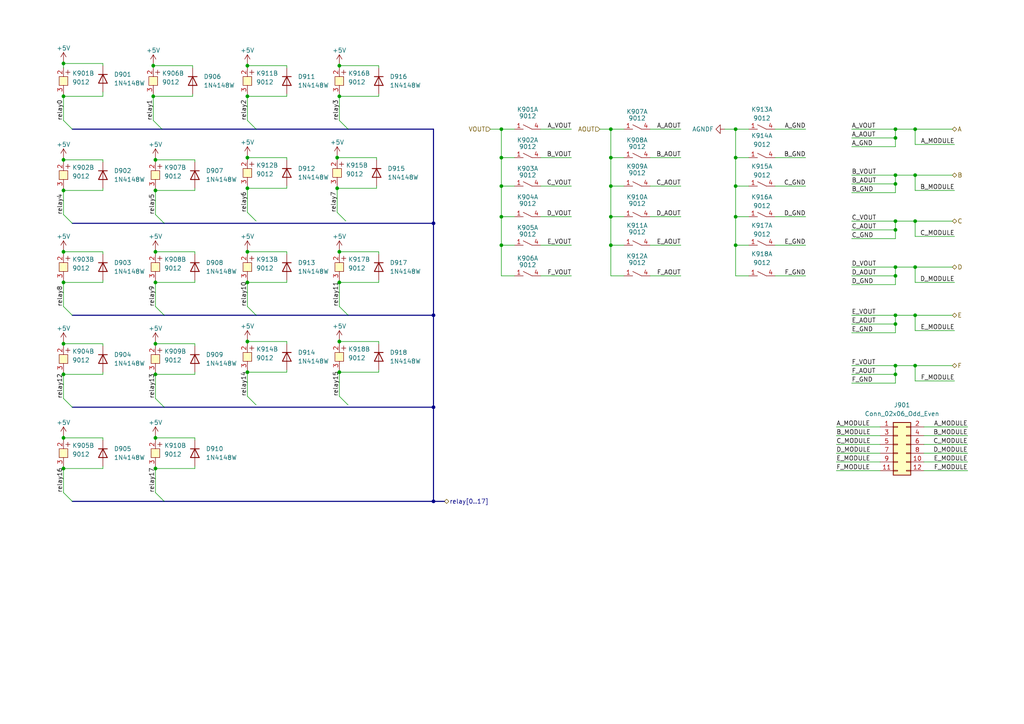
<source format=kicad_sch>
(kicad_sch (version 20230121) (generator eeschema)
  (paper "A4")
  (lib_symbols
    (symbol "Connector_Generic:Conn_02x06_Odd_Even" (pin_names (offset 1.016) hide)
      (property "Reference" "J" (at 1.27 7.62 0))
      (property "Value" "Conn_02x06_Odd_Even" (at 1.27 -10.16 0))
      (symbol "Conn_02x06_Odd_Even_1_1"
        (rectangle (start -1.27 -7.493) (end 0 -7.747) (stroke (width 0.1524)))
        (rectangle (start -1.27 -4.953) (end 0 -5.207) (stroke (width 0.1524)))
        (rectangle (start -1.27 -2.413) (end 0 -2.667) (stroke (width 0.1524)))
        (rectangle (start -1.27 0.127) (end 0 -0.127) (stroke (width 0.1524)))
        (rectangle (start -1.27 2.667) (end 0 2.413) (stroke (width 0.1524)))
        (rectangle (start -1.27 5.207) (end 0 4.953) (stroke (width 0.1524)))
        (rectangle (start -1.27 6.35) (end 3.81 -8.89) (stroke (width 0.254)) (fill (type background)))
        (rectangle (start 3.81 -7.493) (end 2.54 -7.747) (stroke (width 0.1524)))
        (rectangle (start 3.81 -4.953) (end 2.54 -5.207) (stroke (width 0.1524)))
        (rectangle (start 3.81 -2.413) (end 2.54 -2.667) (stroke (width 0.1524)))
        (rectangle (start 3.81 0.127) (end 2.54 -0.127) (stroke (width 0.1524)))
        (rectangle (start 3.81 2.667) (end 2.54 2.413) (stroke (width 0.1524)))
        (rectangle (start 3.81 5.207) (end 2.54 4.953) (stroke (width 0.1524)))
        (pin passive line (at -5.08 5.08 0) (length 3.81) (name "Pin_1") (number "1"))
        (pin passive line (at 7.62 -5.08 180) (length 3.81) (name "Pin_10") (number "10"))
        (pin passive line (at -5.08 -7.62 0) (length 3.81) (name "Pin_11") (number "11"))
        (pin passive line (at 7.62 -7.62 180) (length 3.81) (name "Pin_12") (number "12"))
        (pin passive line (at 7.62 5.08 180) (length 3.81) (name "Pin_2") (number "2"))
        (pin passive line (at -5.08 2.54 0) (length 3.81) (name "Pin_3") (number "3"))
        (pin passive line (at 7.62 2.54 180) (length 3.81) (name "Pin_4") (number "4"))
        (pin passive line (at -5.08 0 0) (length 3.81) (name "Pin_5") (number "5"))
        (pin passive line (at 7.62 0 180) (length 3.81) (name "Pin_6") (number "6"))
        (pin passive line (at -5.08 -2.54 0) (length 3.81) (name "Pin_7") (number "7"))
        (pin passive line (at 7.62 -2.54 180) (length 3.81) (name "Pin_8") (number "8"))
        (pin passive line (at -5.08 -5.08 0) (length 3.81) (name "Pin_9") (number "9"))
      )
    )
    (symbol "Diode:1N4148W" (pin_numbers hide) (pin_names hide)
      (property "Reference" "D" (at 0 2.54 0))
      (property "Value" "1N4148W" (at 0 -2.54 0))
      (symbol "1N4148W_0_1"
        (polyline (pts (xy -1.27 1.27) (xy -1.27 -1.27)) (stroke (width 0.254)))
        (polyline (pts (xy 1.27 0) (xy -1.27 0)))
        (polyline (pts (xy 1.27 1.27) (xy 1.27 -1.27) (xy -1.27 0) (xy 1.27 1.27)) (stroke (width 0.254)))
      )
      (symbol "1N4148W_1_1"
        (pin passive line (at -3.81 0 0) (length 2.54) (name "K") (number "1"))
        (pin passive line (at 3.81 0 180) (length 2.54) (name "A") (number "2"))
      )
    )
    (symbol "ETH1CREF1A:9012" (pin_names (offset 1.016))
      (property "Reference" "K" (at 6.35 1.27 0))
      (property "Value" "9012" (at 6.35 -1.27 0))
      (symbol "9012_1_1"
        (polyline (pts (xy 0 -1.27) (xy 1.27 1.27)))
        (pin passive line (at 0 3.81 270) (length 2.54) (name "~") (number "1"))
        (pin passive line (at 0 -3.81 90) (length 2.54) (name "~") (number "4"))
      )
      (symbol "9012_2_1"
        (polyline (pts (xy 0.635 2.54) (xy 1.905 2.54)))
        (polyline (pts (xy 1.27 3.175) (xy 1.27 1.905)))
        (rectangle (start 1.27 1.27) (end -1.27 -1.27) (fill (type background)))
        (pin passive line (at 0 3.81 270) (length 2.54) (name "~") (number "2"))
        (pin passive line (at 0 -3.81 90) (length 2.54) (name "~") (number "3"))
      )
    )
    (symbol "ETH1CREF1A:AGNDF" (power) (pin_names (offset 0))
      (property "Value" "AGNDF" (at 0 -3.81 0))
      (symbol "AGNDF_0_1"
        (polyline (pts (xy 0 0) (xy 0 -1.27) (xy 1.27 -1.27) (xy 0 -2.54) (xy -1.27 -1.27) (xy 0 -1.27)))
      )
      (symbol "AGNDF_1_1"
        (pin power_in line (at 0 0 270) (length 0) hide (name "AGNDF") (number "1"))
      )
    )
    (symbol "power:+5V" (power) (pin_names (offset 0))
      (property "Value" "+5V" (at 0 3.556 0))
      (symbol "+5V_0_1"
        (polyline (pts (xy -0.762 1.27) (xy 0 2.54)))
        (polyline (pts (xy 0 0) (xy 0 2.54)))
        (polyline (pts (xy 0 2.54) (xy 0.762 1.27)))
      )
      (symbol "+5V_1_1"
        (pin power_in line (at 0 0 90) (length 0) hide (name "+5V") (number "1"))
      )
    )
  )
  (junction (at 177.165 53.975))
  (junction (at 177.165 71.12))
  (junction (at 177.165 62.865))
  (junction (at 125.73 91.44))
  (junction (at 259.715 77.47))
  (junction (at 177.165 45.72))
  (junction (at 213.36 45.72))
  (junction (at 71.755 73.025))
  (junction (at 45.085 135.89))
  (junction (at 18.415 46.355))
  (junction (at 18.415 73.025))
  (junction (at 45.085 81.915))
  (junction (at 71.755 99.06))
  (junction (at 265.43 37.465))
  (junction (at 97.79 45.72))
  (junction (at 145.415 37.465))
  (junction (at 145.415 53.975))
  (junction (at 265.43 106.045))
  (junction (at 45.085 55.245))
  (junction (at 265.43 77.47))
  (junction (at 125.73 64.77))
  (junction (at 259.715 106.045))
  (junction (at 71.755 54.61))
  (junction (at 97.79 54.61))
  (junction (at 125.73 145.415))
  (junction (at 98.425 73.025))
  (junction (at 45.085 73.025))
  (junction (at 18.415 99.695))
  (junction (at 177.165 37.465))
  (junction (at 98.425 27.94))
  (junction (at 265.43 50.8))
  (junction (at 259.715 93.98))
  (junction (at 265.43 91.44))
  (junction (at 213.36 62.865))
  (junction (at 145.415 62.865))
  (junction (at 18.415 127))
  (junction (at 145.415 45.72))
  (junction (at 71.755 81.915))
  (junction (at 71.755 19.05))
  (junction (at 259.715 64.135))
  (junction (at 213.36 37.465))
  (junction (at 259.715 40.005))
  (junction (at 98.425 19.05))
  (junction (at 265.43 64.135))
  (junction (at 259.715 66.675))
  (junction (at 98.425 99.06))
  (junction (at 18.415 135.89))
  (junction (at 213.36 53.975))
  (junction (at 98.425 107.95))
  (junction (at 44.45 27.94))
  (junction (at 71.755 27.94))
  (junction (at 45.085 127))
  (junction (at 18.415 108.585))
  (junction (at 259.715 91.44))
  (junction (at 213.36 71.12))
  (junction (at 45.085 99.695))
  (junction (at 18.415 55.245))
  (junction (at 18.415 27.94))
  (junction (at 259.715 53.34))
  (junction (at 259.715 37.465))
  (junction (at 145.415 71.12))
  (junction (at 45.085 46.355))
  (junction (at 259.715 80.01))
  (junction (at 71.755 107.95))
  (junction (at 45.085 108.585))
  (junction (at 259.715 50.8))
  (junction (at 18.415 81.915))
  (junction (at 44.45 19.05))
  (junction (at 125.73 118.11))
  (junction (at 259.715 108.585))
  (junction (at 98.425 81.915))
  (junction (at 18.415 18.415))
  (junction (at 71.755 45.72))
  (bus_entry (at 18.415 62.23) (size 2.54 2.54))
  (bus_entry (at 45.085 142.875) (size 2.54 2.54))
  (bus_entry (at 44.45 34.925) (size 2.54 2.54))
  (bus_entry (at 71.755 114.935) (size 2.54 2.54))
  (bus_entry (at 45.085 62.23) (size 2.54 2.54))
  (bus_entry (at 45.085 115.57) (size 2.54 2.54))
  (bus_entry (at 98.425 88.9) (size 2.54 2.54))
  (bus_entry (at 71.755 34.925) (size 2.54 2.54))
  (bus_entry (at 71.755 61.595) (size 2.54 2.54))
  (bus_entry (at 98.425 114.935) (size 2.54 2.54))
  (bus_entry (at 18.415 34.925) (size 2.54 2.54))
  (bus_entry (at 71.755 88.9) (size 2.54 2.54))
  (bus_entry (at 18.415 88.9) (size 2.54 2.54))
  (bus_entry (at 45.085 88.9) (size 2.54 2.54))
  (bus_entry (at 18.415 115.57) (size 2.54 2.54))
  (bus_entry (at 98.425 34.925) (size 2.54 2.54))
  (bus_entry (at 97.79 61.595) (size 2.54 2.54))
  (bus_entry (at 18.415 142.875) (size 2.54 2.54))
  (wire (pts (xy 98.425 98.425) (xy 98.425 99.06)))
  (wire (pts (xy 213.36 37.465) (xy 210.185 37.465)))
  (wire (pts (xy 45.085 46.355) (xy 45.085 46.99)))
  (bus (pts (xy 47.625 118.11) (xy 125.73 118.11)))
  (wire (pts (xy 18.415 27.305) (xy 18.415 27.94)))
  (wire (pts (xy 177.165 53.975) (xy 177.165 45.72)))
  (wire (pts (xy 259.715 50.8) (xy 259.715 53.34)))
  (bus (pts (xy 100.965 37.465) (xy 125.73 37.465)))
  (wire (pts (xy 18.415 99.695) (xy 18.415 100.33)))
  (wire (pts (xy 242.57 136.525) (xy 255.27 136.525)))
  (wire (pts (xy 247.015 106.045) (xy 259.715 106.045)))
  (wire (pts (xy 259.715 42.545) (xy 259.715 40.005)))
  (wire (pts (xy 29.845 81.915) (xy 18.415 81.915)))
  (wire (pts (xy 45.085 126.365) (xy 45.085 127)))
  (wire (pts (xy 45.085 127) (xy 56.515 127)))
  (wire (pts (xy 213.36 80.01) (xy 213.36 71.12)))
  (wire (pts (xy 98.425 81.915) (xy 98.425 88.9)))
  (wire (pts (xy 45.085 81.915) (xy 45.085 88.9)))
  (wire (pts (xy 56.515 108.585) (xy 45.085 108.585)))
  (wire (pts (xy 98.425 27.94) (xy 98.425 34.925)))
  (wire (pts (xy 224.79 71.12) (xy 233.68 71.12)))
  (wire (pts (xy 259.715 77.47) (xy 259.715 80.01)))
  (wire (pts (xy 98.425 107.315) (xy 98.425 107.95)))
  (wire (pts (xy 71.755 27.94) (xy 71.755 34.925)))
  (wire (pts (xy 265.43 77.47) (xy 276.225 77.47)))
  (wire (pts (xy 177.165 80.01) (xy 177.165 71.12)))
  (wire (pts (xy 177.165 37.465) (xy 173.99 37.465)))
  (wire (pts (xy 265.43 64.135) (xy 265.43 68.58)))
  (wire (pts (xy 29.845 54.61) (xy 29.845 55.245)))
  (wire (pts (xy 280.67 136.525) (xy 267.97 136.525)))
  (wire (pts (xy 18.415 54.61) (xy 18.415 55.245)))
  (wire (pts (xy 276.86 81.915) (xy 265.43 81.915)))
  (wire (pts (xy 18.415 46.355) (xy 29.845 46.355)))
  (wire (pts (xy 18.415 127) (xy 29.845 127)))
  (wire (pts (xy 156.845 53.975) (xy 165.735 53.975)))
  (wire (pts (xy 98.425 18.415) (xy 98.425 19.05)))
  (bus (pts (xy 100.965 91.44) (xy 125.73 91.44)))
  (wire (pts (xy 242.57 131.445) (xy 255.27 131.445)))
  (wire (pts (xy 259.715 77.47) (xy 265.43 77.47)))
  (wire (pts (xy 71.755 99.06) (xy 83.185 99.06)))
  (wire (pts (xy 18.415 99.06) (xy 18.415 99.695)))
  (wire (pts (xy 259.715 69.215) (xy 259.715 66.675)))
  (wire (pts (xy 109.855 81.28) (xy 109.855 81.915)))
  (wire (pts (xy 149.225 53.975) (xy 145.415 53.975)))
  (wire (pts (xy 29.845 135.89) (xy 18.415 135.89)))
  (wire (pts (xy 156.845 80.01) (xy 165.735 80.01)))
  (wire (pts (xy 44.45 27.305) (xy 44.45 27.94)))
  (wire (pts (xy 71.755 73.025) (xy 83.185 73.025)))
  (wire (pts (xy 276.86 68.58) (xy 265.43 68.58)))
  (wire (pts (xy 224.79 62.865) (xy 233.68 62.865)))
  (bus (pts (xy 46.99 37.465) (xy 74.295 37.465)))
  (wire (pts (xy 188.595 80.01) (xy 197.485 80.01)))
  (wire (pts (xy 56.515 81.915) (xy 45.085 81.915)))
  (wire (pts (xy 213.36 71.12) (xy 213.36 62.865)))
  (wire (pts (xy 18.415 127) (xy 18.415 127.635)))
  (wire (pts (xy 71.755 107.95) (xy 71.755 114.935)))
  (bus (pts (xy 47.625 64.77) (xy 125.73 64.77)))
  (wire (pts (xy 98.425 99.06) (xy 98.425 99.695)))
  (wire (pts (xy 71.755 99.06) (xy 71.755 99.695)))
  (wire (pts (xy 242.57 126.365) (xy 255.27 126.365)))
  (wire (pts (xy 71.755 19.05) (xy 83.185 19.05)))
  (wire (pts (xy 18.415 135.89) (xy 18.415 142.875)))
  (wire (pts (xy 18.415 72.39) (xy 18.415 73.025)))
  (wire (pts (xy 97.79 45.72) (xy 109.22 45.72)))
  (wire (pts (xy 145.415 53.975) (xy 145.415 45.72)))
  (wire (pts (xy 259.715 82.55) (xy 247.015 82.55)))
  (wire (pts (xy 259.715 64.135) (xy 247.015 64.135)))
  (bus (pts (xy 125.73 37.465) (xy 125.73 64.77)))
  (wire (pts (xy 109.855 81.915) (xy 98.425 81.915)))
  (wire (pts (xy 259.715 108.585) (xy 247.015 108.585)))
  (wire (pts (xy 188.595 45.72) (xy 197.485 45.72)))
  (wire (pts (xy 56.515 54.61) (xy 56.515 55.245)))
  (wire (pts (xy 177.165 71.12) (xy 177.165 62.865)))
  (wire (pts (xy 56.515 107.95) (xy 56.515 108.585)))
  (wire (pts (xy 259.715 42.545) (xy 247.015 42.545)))
  (wire (pts (xy 109.855 73.025) (xy 109.855 73.66)))
  (wire (pts (xy 217.17 71.12) (xy 213.36 71.12)))
  (wire (pts (xy 44.45 19.05) (xy 55.88 19.05)))
  (wire (pts (xy 180.975 80.01) (xy 177.165 80.01)))
  (wire (pts (xy 29.845 18.415) (xy 29.845 19.05)))
  (wire (pts (xy 97.79 53.975) (xy 97.79 54.61)))
  (wire (pts (xy 56.515 46.355) (xy 56.515 46.99)))
  (wire (pts (xy 83.185 107.315) (xy 83.185 107.95)))
  (wire (pts (xy 259.715 80.01) (xy 247.015 80.01)))
  (wire (pts (xy 265.43 50.8) (xy 265.43 55.245)))
  (wire (pts (xy 44.45 19.05) (xy 44.45 19.685)))
  (wire (pts (xy 247.015 91.44) (xy 259.715 91.44)))
  (wire (pts (xy 145.415 37.465) (xy 142.24 37.465)))
  (wire (pts (xy 29.845 26.67) (xy 29.845 27.94)))
  (wire (pts (xy 265.43 37.465) (xy 265.43 41.91)))
  (wire (pts (xy 45.085 107.95) (xy 45.085 108.585)))
  (wire (pts (xy 259.715 108.585) (xy 259.715 111.125)))
  (wire (pts (xy 45.085 54.61) (xy 45.085 55.245)))
  (wire (pts (xy 45.085 72.39) (xy 45.085 73.025)))
  (wire (pts (xy 18.415 55.245) (xy 18.415 62.23)))
  (wire (pts (xy 109.22 54.61) (xy 97.79 54.61)))
  (wire (pts (xy 56.515 81.28) (xy 56.515 81.915)))
  (wire (pts (xy 259.715 66.675) (xy 259.715 64.135)))
  (wire (pts (xy 83.185 99.06) (xy 83.185 99.695)))
  (wire (pts (xy 213.36 53.975) (xy 213.36 45.72)))
  (wire (pts (xy 259.715 93.98) (xy 247.015 93.98)))
  (wire (pts (xy 145.415 80.01) (xy 145.415 71.12)))
  (wire (pts (xy 18.415 81.28) (xy 18.415 81.915)))
  (wire (pts (xy 242.57 123.825) (xy 255.27 123.825)))
  (wire (pts (xy 45.085 135.89) (xy 45.085 142.875)))
  (wire (pts (xy 56.515 127) (xy 56.515 127.635)))
  (wire (pts (xy 224.79 45.72) (xy 233.68 45.72)))
  (wire (pts (xy 259.715 93.98) (xy 259.715 96.52)))
  (wire (pts (xy 45.085 55.245) (xy 45.085 62.23)))
  (wire (pts (xy 98.425 27.305) (xy 98.425 27.94)))
  (wire (pts (xy 265.43 106.045) (xy 265.43 110.49)))
  (wire (pts (xy 109.855 99.06) (xy 109.855 99.695)))
  (wire (pts (xy 156.845 37.465) (xy 165.735 37.465)))
  (wire (pts (xy 18.415 126.365) (xy 18.415 127)))
  (wire (pts (xy 45.085 135.255) (xy 45.085 135.89)))
  (wire (pts (xy 188.595 37.465) (xy 197.485 37.465)))
  (wire (pts (xy 280.67 123.825) (xy 267.97 123.825)))
  (wire (pts (xy 265.43 50.8) (xy 276.225 50.8)))
  (wire (pts (xy 242.57 128.905) (xy 255.27 128.905)))
  (wire (pts (xy 83.185 73.025) (xy 83.185 73.66)))
  (wire (pts (xy 259.715 37.465) (xy 265.43 37.465)))
  (wire (pts (xy 71.755 73.025) (xy 71.755 73.66)))
  (wire (pts (xy 18.415 27.94) (xy 18.415 34.925)))
  (wire (pts (xy 149.225 45.72) (xy 145.415 45.72)))
  (bus (pts (xy 20.955 37.465) (xy 46.99 37.465)))
  (wire (pts (xy 56.515 55.245) (xy 45.085 55.245)))
  (wire (pts (xy 224.79 80.01) (xy 233.68 80.01)))
  (wire (pts (xy 276.86 55.245) (xy 265.43 55.245)))
  (wire (pts (xy 109.855 27.305) (xy 109.855 27.94)))
  (wire (pts (xy 71.755 72.39) (xy 71.755 73.025)))
  (wire (pts (xy 265.43 106.045) (xy 276.225 106.045)))
  (wire (pts (xy 259.715 80.01) (xy 259.715 82.55)))
  (wire (pts (xy 259.715 55.88) (xy 247.015 55.88)))
  (wire (pts (xy 276.86 110.49) (xy 265.43 110.49)))
  (wire (pts (xy 45.085 99.695) (xy 56.515 99.695)))
  (wire (pts (xy 98.425 19.05) (xy 98.425 19.685)))
  (bus (pts (xy 47.625 145.415) (xy 125.73 145.415)))
  (wire (pts (xy 188.595 53.975) (xy 197.485 53.975)))
  (wire (pts (xy 18.415 99.695) (xy 29.845 99.695)))
  (wire (pts (xy 45.085 99.06) (xy 45.085 99.695)))
  (wire (pts (xy 180.975 53.975) (xy 177.165 53.975)))
  (wire (pts (xy 56.515 135.89) (xy 45.085 135.89)))
  (wire (pts (xy 83.185 81.28) (xy 83.185 81.915)))
  (wire (pts (xy 18.415 18.415) (xy 29.845 18.415)))
  (bus (pts (xy 47.625 91.44) (xy 74.295 91.44)))
  (wire (pts (xy 44.45 27.94) (xy 44.45 34.925)))
  (wire (pts (xy 29.845 27.94) (xy 18.415 27.94)))
  (bus (pts (xy 74.295 91.44) (xy 100.965 91.44)))
  (wire (pts (xy 259.715 91.44) (xy 265.43 91.44)))
  (wire (pts (xy 265.43 64.135) (xy 276.225 64.135)))
  (wire (pts (xy 45.085 81.28) (xy 45.085 81.915)))
  (wire (pts (xy 265.43 91.44) (xy 265.43 95.885)))
  (wire (pts (xy 280.67 131.445) (xy 267.97 131.445)))
  (wire (pts (xy 97.79 45.72) (xy 97.79 46.355)))
  (wire (pts (xy 71.755 18.415) (xy 71.755 19.05)))
  (wire (pts (xy 98.425 73.025) (xy 98.425 73.66)))
  (wire (pts (xy 259.715 66.675) (xy 247.015 66.675)))
  (wire (pts (xy 213.36 62.865) (xy 213.36 53.975)))
  (wire (pts (xy 83.185 27.305) (xy 83.185 27.94)))
  (bus (pts (xy 125.73 91.44) (xy 125.73 118.11)))
  (wire (pts (xy 29.845 135.255) (xy 29.845 135.89)))
  (wire (pts (xy 217.17 80.01) (xy 213.36 80.01)))
  (wire (pts (xy 145.415 71.12) (xy 145.415 62.865)))
  (wire (pts (xy 259.715 69.215) (xy 247.015 69.215)))
  (wire (pts (xy 188.595 71.12) (xy 197.485 71.12)))
  (wire (pts (xy 18.415 107.95) (xy 18.415 108.585)))
  (wire (pts (xy 18.415 19.685) (xy 18.415 18.415)))
  (wire (pts (xy 71.755 54.61) (xy 71.755 61.595)))
  (wire (pts (xy 276.86 41.91) (xy 265.43 41.91)))
  (wire (pts (xy 83.185 107.95) (xy 71.755 107.95)))
  (wire (pts (xy 44.45 18.415) (xy 44.45 19.05)))
  (bus (pts (xy 74.295 37.465) (xy 100.965 37.465)))
  (wire (pts (xy 259.715 91.44) (xy 259.715 93.98)))
  (wire (pts (xy 55.88 27.305) (xy 55.88 27.94)))
  (wire (pts (xy 45.085 73.025) (xy 45.085 73.66)))
  (wire (pts (xy 259.715 53.34) (xy 259.715 55.88)))
  (wire (pts (xy 71.755 27.305) (xy 71.755 27.94)))
  (wire (pts (xy 177.165 45.72) (xy 177.165 37.465)))
  (wire (pts (xy 213.36 45.72) (xy 213.36 37.465)))
  (wire (pts (xy 18.415 81.915) (xy 18.415 88.9)))
  (wire (pts (xy 265.43 91.44) (xy 276.225 91.44)))
  (wire (pts (xy 188.595 62.865) (xy 197.485 62.865)))
  (wire (pts (xy 217.17 45.72) (xy 213.36 45.72)))
  (wire (pts (xy 97.79 54.61) (xy 97.79 61.595)))
  (wire (pts (xy 180.975 62.865) (xy 177.165 62.865)))
  (wire (pts (xy 45.085 127) (xy 45.085 127.635)))
  (wire (pts (xy 109.855 107.95) (xy 98.425 107.95)))
  (wire (pts (xy 213.36 37.465) (xy 217.17 37.465)))
  (wire (pts (xy 156.845 71.12) (xy 165.735 71.12)))
  (wire (pts (xy 259.715 53.34) (xy 247.015 53.34)))
  (wire (pts (xy 109.22 45.72) (xy 109.22 46.355)))
  (wire (pts (xy 98.425 107.95) (xy 98.425 114.935)))
  (wire (pts (xy 109.855 27.94) (xy 98.425 27.94)))
  (bus (pts (xy 20.955 145.415) (xy 47.625 145.415)))
  (wire (pts (xy 259.715 40.005) (xy 259.715 37.465)))
  (wire (pts (xy 259.715 64.135) (xy 265.43 64.135)))
  (wire (pts (xy 149.225 71.12) (xy 145.415 71.12)))
  (wire (pts (xy 18.415 46.355) (xy 18.415 46.99)))
  (wire (pts (xy 217.17 53.975) (xy 213.36 53.975)))
  (wire (pts (xy 109.855 107.315) (xy 109.855 107.95)))
  (wire (pts (xy 56.515 99.695) (xy 56.515 100.33)))
  (wire (pts (xy 280.67 126.365) (xy 267.97 126.365)))
  (wire (pts (xy 29.845 127) (xy 29.845 127.635)))
  (wire (pts (xy 259.715 111.125) (xy 247.015 111.125)))
  (wire (pts (xy 259.715 37.465) (xy 247.015 37.465)))
  (wire (pts (xy 247.015 50.8) (xy 259.715 50.8)))
  (wire (pts (xy 98.425 73.025) (xy 109.855 73.025)))
  (wire (pts (xy 259.715 40.005) (xy 247.015 40.005)))
  (wire (pts (xy 29.845 107.95) (xy 29.845 108.585)))
  (wire (pts (xy 83.185 45.72) (xy 83.185 46.355)))
  (wire (pts (xy 18.415 73.025) (xy 29.845 73.025)))
  (wire (pts (xy 265.43 77.47) (xy 265.43 81.915)))
  (wire (pts (xy 83.185 27.94) (xy 71.755 27.94)))
  (wire (pts (xy 177.165 62.865) (xy 177.165 53.975)))
  (wire (pts (xy 280.67 133.985) (xy 267.97 133.985)))
  (wire (pts (xy 71.755 81.28) (xy 71.755 81.915)))
  (wire (pts (xy 145.415 37.465) (xy 149.225 37.465)))
  (wire (pts (xy 29.845 108.585) (xy 18.415 108.585)))
  (wire (pts (xy 259.715 50.8) (xy 265.43 50.8)))
  (wire (pts (xy 156.845 45.72) (xy 165.735 45.72)))
  (wire (pts (xy 71.755 45.085) (xy 71.755 45.72)))
  (wire (pts (xy 71.755 19.05) (xy 71.755 19.685)))
  (wire (pts (xy 45.085 73.025) (xy 56.515 73.025)))
  (wire (pts (xy 247.015 96.52) (xy 259.715 96.52)))
  (wire (pts (xy 45.085 108.585) (xy 45.085 115.57)))
  (wire (pts (xy 45.085 99.695) (xy 45.085 100.33)))
  (wire (pts (xy 29.845 55.245) (xy 18.415 55.245)))
  (wire (pts (xy 98.425 72.39) (xy 98.425 73.025)))
  (wire (pts (xy 18.415 45.72) (xy 18.415 46.355)))
  (wire (pts (xy 180.975 71.12) (xy 177.165 71.12)))
  (wire (pts (xy 247.015 77.47) (xy 259.715 77.47)))
  (wire (pts (xy 276.86 95.885) (xy 265.43 95.885)))
  (wire (pts (xy 109.855 19.05) (xy 109.855 19.685)))
  (wire (pts (xy 242.57 133.985) (xy 255.27 133.985)))
  (wire (pts (xy 83.185 19.05) (xy 83.185 19.685)))
  (wire (pts (xy 29.845 81.28) (xy 29.845 81.915)))
  (wire (pts (xy 56.515 73.025) (xy 56.515 73.66)))
  (wire (pts (xy 224.79 37.465) (xy 233.68 37.465)))
  (wire (pts (xy 177.165 37.465) (xy 180.975 37.465)))
  (wire (pts (xy 18.415 17.78) (xy 18.415 18.415)))
  (wire (pts (xy 71.755 53.975) (xy 71.755 54.61)))
  (wire (pts (xy 180.975 45.72) (xy 177.165 45.72)))
  (bus (pts (xy 20.955 64.77) (xy 47.625 64.77)))
  (wire (pts (xy 280.67 128.905) (xy 267.97 128.905)))
  (bus (pts (xy 20.955 118.11) (xy 47.625 118.11)))
  (wire (pts (xy 145.415 45.72) (xy 145.415 37.465)))
  (wire (pts (xy 18.415 73.025) (xy 18.415 73.66)))
  (wire (pts (xy 71.755 107.315) (xy 71.755 107.95)))
  (wire (pts (xy 265.43 37.465) (xy 276.225 37.465)))
  (bus (pts (xy 125.73 145.415) (xy 128.905 145.415)))
  (wire (pts (xy 29.845 73.025) (xy 29.845 73.66)))
  (wire (pts (xy 56.515 135.255) (xy 56.515 135.89)))
  (wire (pts (xy 83.185 81.915) (xy 71.755 81.915)))
  (wire (pts (xy 71.755 98.425) (xy 71.755 99.06)))
  (wire (pts (xy 71.755 45.72) (xy 71.755 46.355)))
  (wire (pts (xy 71.755 45.72) (xy 83.185 45.72)))
  (wire (pts (xy 97.79 45.085) (xy 97.79 45.72)))
  (bus (pts (xy 125.73 145.415) (xy 125.73 118.11)))
  (wire (pts (xy 149.225 80.01) (xy 145.415 80.01)))
  (wire (pts (xy 83.185 53.975) (xy 83.185 54.61)))
  (wire (pts (xy 55.88 27.94) (xy 44.45 27.94)))
  (wire (pts (xy 259.715 106.045) (xy 265.43 106.045)))
  (wire (pts (xy 83.185 54.61) (xy 71.755 54.61)))
  (bus (pts (xy 20.955 91.44) (xy 47.625 91.44)))
  (wire (pts (xy 224.79 53.975) (xy 233.68 53.975)))
  (wire (pts (xy 217.17 62.865) (xy 213.36 62.865)))
  (wire (pts (xy 145.415 62.865) (xy 145.415 53.975)))
  (wire (pts (xy 98.425 99.06) (xy 109.855 99.06)))
  (wire (pts (xy 29.845 46.355) (xy 29.845 46.99)))
  (bus (pts (xy 125.73 64.77) (xy 125.73 91.44)))
  (wire (pts (xy 45.085 46.355) (xy 56.515 46.355)))
  (wire (pts (xy 259.715 106.045) (xy 259.715 108.585)))
  (wire (pts (xy 98.425 81.28) (xy 98.425 81.915)))
  (wire (pts (xy 109.22 53.975) (xy 109.22 54.61)))
  (wire (pts (xy 29.845 99.695) (xy 29.845 100.33)))
  (wire (pts (xy 98.425 19.05) (xy 109.855 19.05)))
  (wire (pts (xy 45.085 45.72) (xy 45.085 46.355)))
  (wire (pts (xy 156.845 62.865) (xy 165.735 62.865)))
  (wire (pts (xy 18.415 108.585) (xy 18.415 115.57)))
  (wire (pts (xy 149.225 62.865) (xy 145.415 62.865)))
  (wire (pts (xy 18.415 135.255) (xy 18.415 135.89)))
  (wire (pts (xy 71.755 81.915) (xy 71.755 88.9)))
  (wire (pts (xy 55.88 19.05) (xy 55.88 19.685)))
  (label "relay7" (at 97.79 61.595 90))
  (label "D_VOUT" (at 165.735 62.865 180))
  (label "F_GND" (at 247.015 111.125 0))
  (label "D_MODULE" (at 242.57 131.445 0))
  (label "A_AOUT" (at 197.485 37.465 180))
  (label "relay5" (at 45.085 62.23 90))
  (label "relay10" (at 71.755 88.9 90))
  (label "A_GND" (at 233.68 37.465 180))
  (label "relay2" (at 71.755 34.925 90))
  (label "relay4" (at 18.415 62.23 90))
  (label "D_AOUT" (at 197.485 62.865 180))
  (label "E_GND" (at 247.015 96.52 0))
  (label "E_VOUT" (at 247.015 91.44 0))
  (label "A_GND" (at 247.015 42.545 0))
  (label "E_MODULE" (at 276.86 95.885 180))
  (label "C_GND" (at 233.68 53.975 180))
  (label "B_MODULE" (at 280.67 126.365 180))
  (label "relay15" (at 98.425 114.935 90))
  (label "C_AOUT" (at 247.015 66.675 0))
  (label "D_GND" (at 247.015 82.55 0))
  (label "C_GND" (at 247.015 69.215 0))
  (label "D_MODULE" (at 280.67 131.445 180))
  (label "E_AOUT" (at 197.485 71.12 180))
  (label "relay17" (at 45.085 142.875 90))
  (label "B_GND" (at 247.015 55.88 0))
  (label "A_MODULE" (at 280.67 123.825 180))
  (label "relay14" (at 71.755 114.935 90))
  (label "relay9" (at 45.085 88.9 90))
  (label "E_MODULE" (at 242.57 133.985 0))
  (label "relay8" (at 18.415 88.9 90))
  (label "relay16" (at 18.415 142.875 90))
  (label "E_AOUT" (at 247.015 93.98 0))
  (label "F_MODULE" (at 242.57 136.525 0))
  (label "C_VOUT" (at 247.015 64.135 0))
  (label "relay13" (at 45.085 115.57 90))
  (label "E_GND" (at 233.68 71.12 180))
  (label "B_AOUT" (at 247.015 53.34 0))
  (label "C_MODULE" (at 280.67 128.905 180))
  (label "F_GND" (at 233.68 80.01 180))
  (label "D_MODULE" (at 276.86 81.915 180))
  (label "relay1" (at 44.45 34.925 90))
  (label "relay11" (at 98.425 88.9 90))
  (label "A_MODULE" (at 276.86 41.91 180))
  (label "relay6" (at 71.755 61.595 90))
  (label "A_VOUT" (at 247.015 37.465 0))
  (label "relay12" (at 18.415 115.57 90))
  (label "E_VOUT" (at 165.735 71.12 180))
  (label "F_MODULE" (at 276.86 110.49 180))
  (label "A_MODULE" (at 242.57 123.825 0))
  (label "E_MODULE" (at 280.67 133.985 180))
  (label "F_MODULE" (at 280.67 136.525 180))
  (label "F_VOUT" (at 165.735 80.01 180))
  (label "C_VOUT" (at 165.735 53.975 180))
  (label "F_VOUT" (at 247.015 106.045 0))
  (label "relay0" (at 18.415 34.925 90))
  (label "A_VOUT" (at 165.735 37.465 180))
  (label "B_AOUT" (at 197.485 45.72 180))
  (label "B_VOUT" (at 247.015 50.8 0))
  (label "C_MODULE" (at 276.86 68.58 180))
  (label "B_MODULE" (at 276.86 55.245 180))
  (label "D_AOUT" (at 247.015 80.01 0))
  (label "B_VOUT" (at 165.735 45.72 180))
  (label "D_GND" (at 233.68 62.865 180))
  (label "C_MODULE" (at 242.57 128.905 0))
  (label "F_AOUT" (at 247.015 108.585 0))
  (label "F_AOUT" (at 197.485 80.01 180))
  (label "D_VOUT" (at 247.015 77.47 0))
  (label "B_MODULE" (at 242.57 126.365 0))
  (label "A_AOUT" (at 247.015 40.005 0))
  (label "C_AOUT" (at 197.485 53.975 180))
  (label "B_GND" (at 233.68 45.72 180))
  (label "relay3" (at 98.425 34.925 90))
  (hierarchical_label "F" (shape bidirectional) (at 276.225 106.045 0))
  (hierarchical_label "AOUT" (shape input) (at 173.99 37.465 180))
  (hierarchical_label "relay[0..17]" (shape bidirectional) (at 128.905 145.415 0))
  (hierarchical_label "D" (shape bidirectional) (at 276.225 77.47 0))
  (hierarchical_label "VOUT" (shape input) (at 142.24 37.465 180))
  (hierarchical_label "E" (shape bidirectional) (at 276.225 91.44 0))
  (hierarchical_label "C" (shape bidirectional) (at 276.225 64.135 0))
  (hierarchical_label "A" (shape bidirectional) (at 276.225 37.465 0))
  (hierarchical_label "B" (shape bidirectional) (at 276.225 50.8 0))
  (symbol (lib_id "ETH1CREF1A:9012") (at 184.785 62.865 90) (unit 1)
    (property "Reference" "K910" (at 184.785 57.15 90))
    (property "Value" "9012" (at 184.785 59.055 90))
    (property "Footprint" "ETH1CREF1A:9012" (effects hide))
  )
  (symbol (lib_id "ETH1CREF1A:9012") (at 97.79 50.165 0) (unit 2)
    (property "Reference" "K915" (at 100.33 47.9425 0) (effects (justify left)))
    (property "Value" "9012" (at 100.33 50.4825 0) (effects (justify left)))
    (property "Footprint" "ETH1CREF1A:9012" (effects hide))
  )
  (symbol (lib_id "Diode:1N4148W") (at 83.185 23.495 270) (unit 1)
    (property "Reference" "D911" (at 86.36 22.225 90) (effects (justify left)))
    (property "Value" "1N4148W" (at 86.36 24.765 90) (effects (justify left)))
    (property "Footprint" "Diode_SMD:D_SOD-123" (effects hide))
    (property "Datasheet" "https://www.vishay.com/docs/85748/1n4148w.pdf" (effects hide))
    (property "Sim.Device" "D" (effects hide))
    (property "Sim.Pins" "1=K 2=A" (effects hide))
  )
  (symbol (lib_id "ETH1CREF1A:9012") (at 71.755 23.495 0) (unit 2)
    (property "Reference" "K911" (at 74.295 21.2725 0) (effects (justify left)))
    (property "Value" "9012" (at 74.295 23.8125 0) (effects (justify left)))
    (property "Footprint" "ETH1CREF1A:9012" (effects hide))
  )
  (symbol (lib_id "ETH1CREF1A:9012") (at 71.755 103.505 0) (unit 2)
    (property "Reference" "K914" (at 74.295 101.2825 0) (effects (justify left)))
    (property "Value" "9012" (at 74.295 103.8225 0) (effects (justify left)))
    (property "Footprint" "ETH1CREF1A:9012" (effects hide))
  )
  (symbol (lib_id "ETH1CREF1A:9012") (at 98.425 23.495 0) (unit 2)
    (property "Reference" "K916" (at 100.965 21.2725 0) (effects (justify left)))
    (property "Value" "9012" (at 100.965 23.8125 0) (effects (justify left)))
    (property "Footprint" "ETH1CREF1A:9012" (effects hide))
  )
  (symbol (lib_id "Diode:1N4148W") (at 109.855 77.47 270) (unit 1)
    (property "Reference" "D917" (at 113.03 76.2 90) (effects (justify left)))
    (property "Value" "1N4148W" (at 113.03 78.74 90) (effects (justify left)))
    (property "Footprint" "Diode_SMD:D_SOD-123" (effects hide))
    (property "Datasheet" "https://www.vishay.com/docs/85748/1n4148w.pdf" (effects hide))
    (property "Sim.Device" "D" (effects hide))
    (property "Sim.Pins" "1=K 2=A" (effects hide))
  )
  (symbol (lib_id "Diode:1N4148W") (at 56.515 77.47 270) (unit 1)
    (property "Reference" "D908" (at 59.69 76.2 90) (effects (justify left)))
    (property "Value" "1N4148W" (at 59.69 78.74 90) (effects (justify left)))
    (property "Footprint" "Diode_SMD:D_SOD-123" (effects hide))
    (property "Datasheet" "https://www.vishay.com/docs/85748/1n4148w.pdf" (effects hide))
    (property "Sim.Device" "D" (effects hide))
    (property "Sim.Pins" "1=K 2=A" (effects hide))
  )
  (symbol (lib_id "ETH1CREF1A:9012") (at 45.085 131.445 0) (unit 2)
    (property "Reference" "K910" (at 47.625 129.2225 0) (effects (justify left)))
    (property "Value" "9012" (at 47.625 131.7625 0) (effects (justify left)))
    (property "Footprint" "ETH1CREF1A:9012" (effects hide))
  )
  (symbol (lib_id "power:+5V") (at 45.085 99.06 0) (unit 1)
    (property "Reference" "#PWR0915" (effects hide))
    (property "Value" "+5V" (at 45.085 95.25 0))
  )
  (symbol (lib_id "Diode:1N4148W") (at 29.845 131.445 270) (unit 1)
    (property "Reference" "D905" (at 33.02 130.175 90) (effects (justify left)))
    (property "Value" "1N4148W" (at 33.02 132.715 90) (effects (justify left)))
    (property "Footprint" "Diode_SMD:D_SOD-123" (effects hide))
    (property "Datasheet" "https://www.vishay.com/docs/85748/1n4148w.pdf" (effects hide))
    (property "Sim.Device" "D" (effects hide))
    (property "Sim.Pins" "1=K 2=A" (effects hide))
  )
  (symbol (lib_id "Diode:1N4148W") (at 109.855 103.505 270) (unit 1)
    (property "Reference" "D918" (at 113.03 102.235 90) (effects (justify left)))
    (property "Value" "1N4148W" (at 113.03 104.775 90) (effects (justify left)))
    (property "Footprint" "Diode_SMD:D_SOD-123" (effects hide))
    (property "Datasheet" "https://www.vishay.com/docs/85748/1n4148w.pdf" (effects hide))
    (property "Sim.Device" "D" (effects hide))
    (property "Sim.Pins" "1=K 2=A" (effects hide))
  )
  (symbol (lib_id "Diode:1N4148W") (at 83.185 50.165 270) (unit 1)
    (property "Reference" "D912" (at 86.36 48.895 90) (effects (justify left)))
    (property "Value" "1N4148W" (at 86.36 51.435 90) (effects (justify left)))
    (property "Footprint" "Diode_SMD:D_SOD-123" (effects hide))
    (property "Datasheet" "https://www.vishay.com/docs/85748/1n4148w.pdf" (effects hide))
    (property "Sim.Device" "D" (effects hide))
    (property "Sim.Pins" "1=K 2=A" (effects hide))
  )
  (symbol (lib_id "Diode:1N4148W") (at 83.185 103.505 270) (unit 1)
    (property "Reference" "D914" (at 86.36 102.235 90) (effects (justify left)))
    (property "Value" "1N4148W" (at 86.36 104.775 90) (effects (justify left)))
    (property "Footprint" "Diode_SMD:D_SOD-123" (effects hide))
    (property "Datasheet" "https://www.vishay.com/docs/85748/1n4148w.pdf" (effects hide))
    (property "Sim.Device" "D" (effects hide))
    (property "Sim.Pins" "1=K 2=A" (effects hide))
  )
  (symbol (lib_id "ETH1CREF1A:AGNDF") (at 210.185 37.465 270) (unit 1)
    (property "Reference" "#PWR0914" (effects hide))
    (property "Value" "AGNDF" (at 207.01 37.465 90) (effects (justify right)))
  )
  (symbol (lib_id "power:+5V") (at 18.415 72.39 0) (unit 1)
    (property "Reference" "#PWR0909" (effects hide))
    (property "Value" "+5V" (at 18.415 68.58 0))
  )
  (symbol (lib_id "ETH1CREF1A:9012") (at 184.785 53.975 90) (unit 1)
    (property "Reference" "K909" (at 184.785 48.26 90))
    (property "Value" "9012" (at 184.785 50.165 90))
    (property "Footprint" "ETH1CREF1A:9012" (effects hide))
  )
  (symbol (lib_id "power:+5V") (at 18.415 126.365 0) (unit 1)
    (property "Reference" "#PWR0922" (effects hide))
    (property "Value" "+5V" (at 18.415 122.555 0))
  )
  (symbol (lib_id "Diode:1N4148W") (at 56.515 104.14 270) (unit 1)
    (property "Reference" "D909" (at 59.69 102.87 90) (effects (justify left)))
    (property "Value" "1N4148W" (at 59.69 105.41 90) (effects (justify left)))
    (property "Footprint" "Diode_SMD:D_SOD-123" (effects hide))
    (property "Datasheet" "https://www.vishay.com/docs/85748/1n4148w.pdf" (effects hide))
    (property "Sim.Device" "D" (effects hide))
    (property "Sim.Pins" "1=K 2=A" (effects hide))
  )
  (symbol (lib_id "ETH1CREF1A:9012") (at 184.785 45.72 90) (unit 1)
    (property "Reference" "K908" (at 184.785 40.64 90))
    (property "Value" "9012" (at 184.785 42.545 90))
    (property "Footprint" "ETH1CREF1A:9012" (effects hide))
  )
  (symbol (lib_id "ETH1CREF1A:9012") (at 18.415 131.445 0) (unit 2)
    (property "Reference" "K905" (at 20.955 129.2225 0) (effects (justify left)))
    (property "Value" "9012" (at 20.955 131.7625 0) (effects (justify left)))
    (property "Footprint" "ETH1CREF1A:9012" (effects hide))
  )
  (symbol (lib_id "ETH1CREF1A:9012") (at 71.755 77.47 0) (unit 2)
    (property "Reference" "K913" (at 74.295 75.2475 0) (effects (justify left)))
    (property "Value" "9012" (at 74.295 77.7875 0) (effects (justify left)))
    (property "Footprint" "ETH1CREF1A:9012" (effects hide))
  )
  (symbol (lib_id "power:+5V") (at 97.79 45.085 0) (unit 1)
    (property "Reference" "#PWR0908" (effects hide))
    (property "Value" "+5V" (at 97.79 41.275 0))
  )
  (symbol (lib_id "ETH1CREF1A:9012") (at 153.035 37.465 90) (unit 1)
    (property "Reference" "K901" (at 153.035 31.75 90))
    (property "Value" "9012" (at 153.035 33.655 90))
    (property "Footprint" "ETH1CREF1A:9012" (effects hide))
  )
  (symbol (lib_id "ETH1CREF1A:9012") (at 71.755 50.165 0) (unit 2)
    (property "Reference" "K912" (at 74.295 47.9425 0) (effects (justify left)))
    (property "Value" "9012" (at 74.295 50.4825 0) (effects (justify left)))
    (property "Footprint" "ETH1CREF1A:9012" (effects hide))
  )
  (symbol (lib_id "Diode:1N4148W") (at 29.845 22.86 270) (unit 1)
    (property "Reference" "D901" (at 33.02 21.59 90) (effects (justify left)))
    (property "Value" "1N4148W" (at 33.02 24.13 90) (effects (justify left)))
    (property "Footprint" "Diode_SMD:D_SOD-123" (effects hide))
    (property "Datasheet" "https://www.vishay.com/docs/85748/1n4148w.pdf" (effects hide))
    (property "Sim.Device" "D" (effects hide))
    (property "Sim.Pins" "1=K 2=A" (effects hide))
  )
  (symbol (lib_id "power:+5V") (at 18.415 99.06 0) (unit 1)
    (property "Reference" "#PWR0913" (effects hide))
    (property "Value" "+5V" (at 18.415 95.25 0))
  )
  (symbol (lib_id "ETH1CREF1A:9012") (at 44.45 23.495 0) (unit 2)
    (property "Reference" "K906" (at 46.99 21.2725 0) (effects (justify left)))
    (property "Value" "9012" (at 46.99 23.8125 0) (effects (justify left)))
    (property "Footprint" "ETH1CREF1A:9012" (effects hide))
  )
  (symbol (lib_id "power:+5V") (at 71.755 98.425 0) (unit 1)
    (property "Reference" "#PWR0916" (effects hide))
    (property "Value" "+5V" (at 71.755 94.615 0))
  )
  (symbol (lib_id "ETH1CREF1A:9012") (at 220.98 53.975 90) (unit 1)
    (property "Reference" "K915" (at 220.98 48.26 90))
    (property "Value" "9012" (at 220.98 50.8 90))
    (property "Footprint" "ETH1CREF1A:9012" (effects hide))
  )
  (symbol (lib_id "ETH1CREF1A:9012") (at 153.035 45.72 90) (unit 1)
    (property "Reference" "K902" (at 153.035 40.64 90))
    (property "Value" "9012" (at 153.035 42.545 90))
    (property "Footprint" "ETH1CREF1A:9012" (effects hide))
  )
  (symbol (lib_id "Diode:1N4148W") (at 56.515 50.8 270) (unit 1)
    (property "Reference" "D907" (at 59.69 49.53 90) (effects (justify left)))
    (property "Value" "1N4148W" (at 59.69 52.07 90) (effects (justify left)))
    (property "Footprint" "Diode_SMD:D_SOD-123" (effects hide))
    (property "Datasheet" "https://www.vishay.com/docs/85748/1n4148w.pdf" (effects hide))
    (property "Sim.Device" "D" (effects hide))
    (property "Sim.Pins" "1=K 2=A" (effects hide))
  )
  (symbol (lib_id "ETH1CREF1A:9012") (at 153.035 80.01 90) (unit 1)
    (property "Reference" "K906" (at 153.035 74.93 90))
    (property "Value" "9012" (at 153.035 76.835 90))
    (property "Footprint" "ETH1CREF1A:9012" (effects hide))
  )
  (symbol (lib_id "Diode:1N4148W") (at 56.515 131.445 270) (unit 1)
    (property "Reference" "D910" (at 59.69 130.175 90) (effects (justify left)))
    (property "Value" "1N4148W" (at 59.69 132.715 90) (effects (justify left)))
    (property "Footprint" "Diode_SMD:D_SOD-123" (effects hide))
    (property "Datasheet" "https://www.vishay.com/docs/85748/1n4148w.pdf" (effects hide))
    (property "Sim.Device" "D" (effects hide))
    (property "Sim.Pins" "1=K 2=A" (effects hide))
  )
  (symbol (lib_id "ETH1CREF1A:9012") (at 220.98 45.72 90) (unit 1)
    (property "Reference" "K914" (at 220.98 39.37 90))
    (property "Value" "9012" (at 220.98 41.91 90))
    (property "Footprint" "ETH1CREF1A:9012" (effects hide))
  )
  (symbol (lib_id "ETH1CREF1A:9012") (at 220.98 80.01 90) (unit 1)
    (property "Reference" "K918" (at 220.98 73.66 90))
    (property "Value" "9012" (at 220.98 76.2 90))
    (property "Footprint" "ETH1CREF1A:9012" (effects hide))
  )
  (symbol (lib_id "Diode:1N4148W") (at 29.845 77.47 270) (unit 1)
    (property "Reference" "D903" (at 33.02 76.2 90) (effects (justify left)))
    (property "Value" "1N4148W" (at 33.02 78.74 90) (effects (justify left)))
    (property "Footprint" "Diode_SMD:D_SOD-123" (effects hide))
    (property "Datasheet" "https://www.vishay.com/docs/85748/1n4148w.pdf" (effects hide))
    (property "Sim.Device" "D" (effects hide))
    (property "Sim.Pins" "1=K 2=A" (effects hide))
  )
  (symbol (lib_id "Diode:1N4148W") (at 29.845 50.8 270) (unit 1)
    (property "Reference" "D902" (at 33.02 49.53 90) (effects (justify left)))
    (property "Value" "1N4148W" (at 33.02 52.07 90) (effects (justify left)))
    (property "Footprint" "Diode_SMD:D_SOD-123" (effects hide))
    (property "Datasheet" "https://www.vishay.com/docs/85748/1n4148w.pdf" (effects hide))
    (property "Sim.Device" "D" (effects hide))
    (property "Sim.Pins" "1=K 2=A" (effects hide))
  )
  (symbol (lib_id "ETH1CREF1A:9012") (at 220.98 37.465 90) (unit 1)
    (property "Reference" "K913" (at 220.98 31.75 90))
    (property "Value" "9012" (at 220.98 34.29 90))
    (property "Footprint" "ETH1CREF1A:9012" (effects hide))
  )
  (symbol (lib_id "power:+5V") (at 98.425 72.39 0) (unit 1)
    (property "Reference" "#PWR0912" (effects hide))
    (property "Value" "+5V" (at 98.425 68.58 0))
  )
  (symbol (lib_id "Connector_Generic:Conn_02x06_Odd_Even") (at 260.35 128.905 0) (unit 1)
    (property "Reference" "J901" (at 261.62 117.475 0))
    (property "Value" "Conn_02x06_Odd_Even" (at 261.62 120.015 0))
    (property "Footprint" "Connector_PinHeader_2.54mm:PinHeader_2x06_P2.54mm_Vertical" (effects hide))
  )
  (symbol (lib_id "power:+5V") (at 45.085 72.39 0) (unit 1)
    (property "Reference" "#PWR0910" (effects hide))
    (property "Value" "+5V" (at 45.085 68.58 0))
  )
  (symbol (lib_id "ETH1CREF1A:9012") (at 98.425 77.47 0) (unit 2)
    (property "Reference" "K917" (at 100.965 75.2475 0) (effects (justify left)))
    (property "Value" "9012" (at 100.965 77.7875 0) (effects (justify left)))
    (property "Footprint" "ETH1CREF1A:9012" (effects hide))
  )
  (symbol (lib_id "Diode:1N4148W") (at 29.845 104.14 270) (unit 1)
    (property "Reference" "D904" (at 33.02 102.87 90) (effects (justify left)))
    (property "Value" "1N4148W" (at 33.02 105.41 90) (effects (justify left)))
    (property "Footprint" "Diode_SMD:D_SOD-123" (effects hide))
    (property "Datasheet" "https://www.vishay.com/docs/85748/1n4148w.pdf" (effects hide))
    (property "Sim.Device" "D" (effects hide))
    (property "Sim.Pins" "1=K 2=A" (effects hide))
  )
  (symbol (lib_id "ETH1CREF1A:9012") (at 45.085 104.14 0) (unit 2)
    (property "Reference" "K909" (at 47.625 101.9175 0) (effects (justify left)))
    (property "Value" "9012" (at 47.625 104.4575 0) (effects (justify left)))
    (property "Footprint" "ETH1CREF1A:9012" (effects hide))
  )
  (symbol (lib_id "power:+5V") (at 71.755 18.415 0) (unit 1)
    (property "Reference" "#PWR0903" (effects hide))
    (property "Value" "+5V" (at 71.755 14.605 0))
  )
  (symbol (lib_id "Diode:1N4148W") (at 109.22 50.165 270) (unit 1)
    (property "Reference" "D915" (at 112.395 48.895 90) (effects (justify left)))
    (property "Value" "1N4148W" (at 112.395 51.435 90) (effects (justify left)))
    (property "Footprint" "Diode_SMD:D_SOD-123" (effects hide))
    (property "Datasheet" "https://www.vishay.com/docs/85748/1n4148w.pdf" (effects hide))
    (property "Sim.Device" "D" (effects hide))
    (property "Sim.Pins" "1=K 2=A" (effects hide))
  )
  (symbol (lib_id "ETH1CREF1A:9012") (at 153.035 71.12 90) (unit 1)
    (property "Reference" "K905" (at 153.035 66.04 90))
    (property "Value" "9012" (at 153.035 67.945 90))
    (property "Footprint" "ETH1CREF1A:9012" (effects hide))
  )
  (symbol (lib_id "ETH1CREF1A:9012") (at 18.415 77.47 0) (unit 2)
    (property "Reference" "K903" (at 20.955 75.2475 0) (effects (justify left)))
    (property "Value" "9012" (at 20.955 77.7875 0) (effects (justify left)))
    (property "Footprint" "ETH1CREF1A:9012" (effects hide))
  )
  (symbol (lib_id "ETH1CREF1A:9012") (at 220.98 62.865 90) (unit 1)
    (property "Reference" "K916" (at 220.98 57.15 90))
    (property "Value" "9012" (at 220.98 59.69 90))
    (property "Footprint" "ETH1CREF1A:9012" (effects hide))
  )
  (symbol (lib_id "ETH1CREF1A:9012") (at 184.785 37.465 90) (unit 1)
    (property "Reference" "K907" (at 184.785 32.385 90))
    (property "Value" "9012" (at 184.785 34.29 90))
    (property "Footprint" "ETH1CREF1A:9012" (effects hide))
  )
  (symbol (lib_id "ETH1CREF1A:9012") (at 18.415 104.14 0) (unit 2)
    (property "Reference" "K904" (at 20.955 101.9175 0) (effects (justify left)))
    (property "Value" "9012" (at 20.955 104.4575 0) (effects (justify left)))
    (property "Footprint" "ETH1CREF1A:9012" (effects hide))
  )
  (symbol (lib_id "ETH1CREF1A:9012") (at 45.085 50.8 0) (unit 2)
    (property "Reference" "K907" (at 47.625 48.5775 0) (effects (justify left)))
    (property "Value" "9012" (at 47.625 51.1175 0) (effects (justify left)))
    (property "Footprint" "ETH1CREF1A:9012" (effects hide))
  )
  (symbol (lib_id "power:+5V") (at 71.755 72.39 0) (unit 1)
    (property "Reference" "#PWR0911" (effects hide))
    (property "Value" "+5V" (at 71.755 68.58 0))
  )
  (symbol (lib_id "power:+5V") (at 44.45 18.415 0) (unit 1)
    (property "Reference" "#PWR0902" (effects hide))
    (property "Value" "+5V" (at 44.45 14.605 0))
  )
  (symbol (lib_id "power:+5V") (at 18.415 45.72 0) (unit 1)
    (property "Reference" "#PWR0905" (effects hide))
    (property "Value" "+5V" (at 18.415 41.91 0))
  )
  (symbol (lib_id "Diode:1N4148W") (at 109.855 23.495 270) (unit 1)
    (property "Reference" "D916" (at 113.03 22.225 90) (effects (justify left)))
    (property "Value" "1N4148W" (at 113.03 24.765 90) (effects (justify left)))
    (property "Footprint" "Diode_SMD:D_SOD-123" (effects hide))
    (property "Datasheet" "https://www.vishay.com/docs/85748/1n4148w.pdf" (effects hide))
    (property "Sim.Device" "D" (effects hide))
    (property "Sim.Pins" "1=K 2=A" (effects hide))
  )
  (symbol (lib_id "power:+5V") (at 45.085 126.365 0) (unit 1)
    (property "Reference" "#PWR0918" (effects hide))
    (property "Value" "+5V" (at 45.085 122.555 0))
  )
  (symbol (lib_id "ETH1CREF1A:9012") (at 184.785 80.01 90) (unit 1)
    (property "Reference" "K912" (at 184.785 74.295 90))
    (property "Value" "9012" (at 184.785 76.2 90))
    (property "Footprint" "ETH1CREF1A:9012" (effects hide))
  )
  (symbol (lib_id "power:+5V") (at 71.755 45.085 0) (unit 1)
    (property "Reference" "#PWR0907" (effects hide))
    (property "Value" "+5V" (at 71.755 41.275 0))
  )
  (symbol (lib_id "ETH1CREF1A:9012") (at 220.98 71.12 90) (unit 1)
    (property "Reference" "K917" (at 220.98 65.405 90))
    (property "Value" "9012" (at 220.98 67.945 90))
    (property "Footprint" "ETH1CREF1A:9012" (effects hide))
  )
  (symbol (lib_id "power:+5V") (at 98.425 98.425 0) (unit 1)
    (property "Reference" "#PWR0917" (effects hide))
    (property "Value" "+5V" (at 98.425 94.615 0))
  )
  (symbol (lib_id "ETH1CREF1A:9012") (at 18.415 50.8 0) (unit 2)
    (property "Reference" "K902" (at 20.955 48.5775 0) (effects (justify left)))
    (property "Value" "9012" (at 20.955 51.1175 0) (effects (justify left)))
    (property "Footprint" "ETH1CREF1A:9012" (effects hide))
  )
  (symbol (lib_id "Diode:1N4148W") (at 83.185 77.47 270) (unit 1)
    (property "Reference" "D913" (at 86.36 76.2 90) (effects (justify left)))
    (property "Value" "1N4148W" (at 86.36 78.74 90) (effects (justify left)))
    (property "Footprint" "Diode_SMD:D_SOD-123" (effects hide))
    (property "Datasheet" "https://www.vishay.com/docs/85748/1n4148w.pdf" (effects hide))
    (property "Sim.Device" "D" (effects hide))
    (property "Sim.Pins" "1=K 2=A" (effects hide))
  )
  (symbol (lib_id "ETH1CREF1A:9012") (at 18.415 23.495 0) (unit 2)
    (property "Reference" "K901" (at 20.955 21.2725 0) (effects (justify left)))
    (property "Value" "9012" (at 20.955 23.8125 0) (effects (justify left)))
    (property "Footprint" "ETH1CREF1A:9012" (effects hide))
  )
  (symbol (lib_id "power:+5V") (at 45.085 45.72 0) (unit 1)
    (property "Reference" "#PWR0906" (effects hide))
    (property "Value" "+5V" (at 45.085 41.91 0))
  )
  (symbol (lib_id "ETH1CREF1A:9012") (at 153.035 62.865 90) (unit 1)
    (property "Reference" "K904" (at 153.035 57.15 90))
    (property "Value" "9012" (at 153.035 59.055 90))
    (property "Footprint" "ETH1CREF1A:9012" (effects hide))
  )
  (symbol (lib_id "ETH1CREF1A:9012") (at 45.085 77.47 0) (unit 2)
    (property "Reference" "K908" (at 47.625 75.2475 0) (effects (justify left)))
    (property "Value" "9012" (at 47.625 77.7875 0) (effects (justify left)))
    (property "Footprint" "ETH1CREF1A:9012" (effects hide))
  )
  (symbol (lib_id "Diode:1N4148W") (at 55.88 23.495 270) (unit 1)
    (property "Reference" "D906" (at 59.055 22.225 90) (effects (justify left)))
    (property "Value" "1N4148W" (at 59.055 24.765 90) (effects (justify left)))
    (property "Footprint" "Diode_SMD:D_SOD-123" (effects hide))
    (property "Datasheet" "https://www.vishay.com/docs/85748/1n4148w.pdf" (effects hide))
    (property "Sim.Device" "D" (effects hide))
    (property "Sim.Pins" "1=K 2=A" (effects hide))
  )
  (symbol (lib_id "power:+5V") (at 98.425 18.415 0) (unit 1)
    (property "Reference" "#PWR0904" (effects hide))
    (property "Value" "+5V" (at 98.425 14.605 0))
  )
  (symbol (lib_id "ETH1CREF1A:9012") (at 184.785 71.12 90) (unit 1)
    (property "Reference" "K911" (at 184.785 65.405 90))
    (property "Value" "9012" (at 184.785 67.31 90))
    (property "Footprint" "ETH1CREF1A:9012" (effects hide))
  )
  (symbol (lib_id "ETH1CREF1A:9012") (at 98.425 103.505 0) (unit 2)
    (property "Reference" "K918" (at 100.965 101.2825 0) (effects (justify left)))
    (property "Value" "9012" (at 100.965 103.8225 0) (effects (justify left)))
    (property "Footprint" "ETH1CREF1A:9012" (effects hide))
  )
  (symbol (lib_id "power:+5V") (at 18.415 17.78 0) (unit 1)
    (property "Reference" "#PWR0901" (effects hide))
    (property "Value" "+5V" (at 18.415 13.97 0))
  )
  (symbol (lib_id "ETH1CREF1A:9012") (at 153.035 53.975 90) (unit 1)
    (property "Reference" "K903" (at 153.035 48.895 90))
    (property "Value" "9012" (at 153.035 50.8 90))
    (property "Footprint" "ETH1CREF1A:9012" (effects hide))
  )
)
</source>
